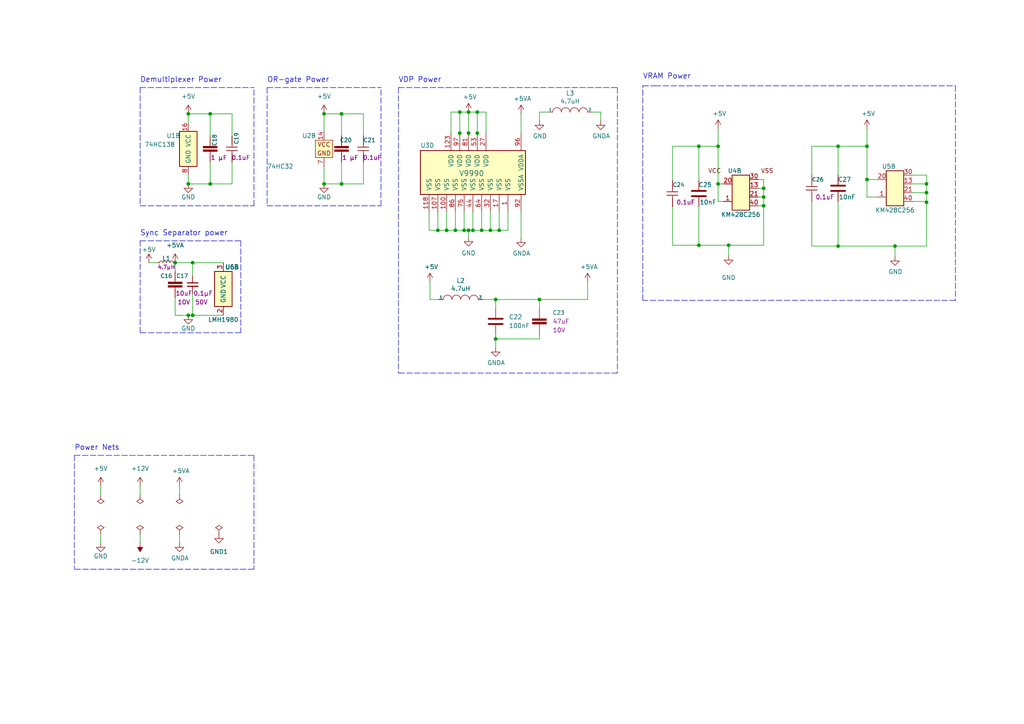
<source format=kicad_sch>
(kicad_sch (version 20211123) (generator eeschema)
  (paper "A4")
  (title_block (title "TRH9000") (date "2022-08-04") (rev "2") (company "The Retro Hacker") (comment 2 "Shared under CERN-OHL-S license") (comment 3 "TRH9000 - Open Source MSX Graphics Card based on the Yamaha V9990") (comment 4 "Designed  by: Cristiano Goncalves"))
  (lib_symbols
    (symbol "Device:C" (pin_numbers hide) (pin_names (offset 0.254))
      (property "Reference" "C" (at 0.635 2.54 0))
      (property "Value" "C" (at 0.635 -2.54 0))
      (symbol "C_1_1"
        (pin passive line (at 0 3.81 270) (length 2.794) (name "~") (number "1"))
        (pin passive line (at 0 -3.81 90) (length 2.794) (name "~") (number "2"))
      )
    )
    (symbol "KM428C256_1" (pin_names (offset 1.016))
      (property "Reference" "U4" (at -3.81 6.35 0))
      (property "Value" "KM428C256" (at 0 -6.35 0))
      (symbol "KM428C256_1_0_0"
        (text "VCC" (at -7.62 6.35 0) (effects (font (size 1.27 1.27))))
        (text "VSS" (at 7.62 6.35 0) (effects (font (size 1.27 1.27))))
      )
      (symbol "KM428C256_1_1_1"
        (pin bidirectional line (at 15.24 15.24 180) (length 2.54) (name "W2/DQ2") (number "10"))
        (pin bidirectional line (at 15.24 12.7 180) (length 2.54) (name "W3/DQ3") (number "11"))
        (pin input line (at -15.24 -12.7 0) (length 2.54) (name "~{WB}/~{WE}") (number "12"))
        (pin input line (at -15.24 -5.08 0) (length 2.54) (name "~{RAS}") (number "14"))
        (pin input line (at -15.24 0 0) (length 2.54) (name "A8") (number "15"))
        (pin input line (at -15.24 2.54 0) (length 2.54) (name "A7") (number "16"))
        (pin input line (at -15.24 5.08 0) (length 2.54) (name "A6") (number "17"))
        (pin input line (at -15.24 7.62 0) (length 2.54) (name "A5") (number "18"))
        (pin input line (at -15.24 10.16 0) (length 2.54) (name "A4") (number "19"))
        (pin input line (at 15.24 -25.4 180) (length 2.54) (name "SC") (number "2"))
        (pin input line (at -15.24 12.7 0) (length 2.54) (name "A3") (number "22"))
        (pin input line (at -15.24 15.24 0) (length 2.54) (name "A2") (number "23"))
        (pin input line (at -15.24 17.78 0) (length 2.54) (name "A1") (number "24"))
        (pin input line (at -15.24 20.32 0) (length 2.54) (name "A0") (number "25"))
        (pin input line (at -15.24 -22.86 0) (length 2.54) (name "QSF") (number "26"))
        (pin input line (at -15.24 -7.62 0) (length 2.54) (name "~{CAS}") (number "27"))
        (pin no_connect line (at 10.16 0 180) (length 2.54) hide (name "N/C") (number "28"))
        (pin input line (at -15.24 -25.4 0) (length 2.54) (name "DSF") (number "29"))
        (pin bidirectional line (at 15.24 -2.54 180) (length 2.54) (name "SDQ0") (number "3"))
        (pin bidirectional line (at 15.24 10.16 180) (length 2.54) (name "W4/DQ4") (number "31"))
        (pin bidirectional line (at 15.24 7.62 180) (length 2.54) (name "W5/DQ5") (number "32"))
        (pin bidirectional line (at 15.24 5.08 180) (length 2.54) (name "W6/DQ6") (number "33"))
        (pin bidirectional line (at 15.24 2.54 180) (length 2.54) (name "W7/DQ7") (number "34"))
        (pin input line (at 15.24 -27.94 180) (length 2.54) (name "~{SE}") (number "35"))
        (pin bidirectional line (at 15.24 -12.7 180) (length 2.54) (name "SDQ4") (number "36"))
        (pin bidirectional line (at 15.24 -15.24 180) (length 2.54) (name "SDQ5") (number "37"))
        (pin bidirectional line (at 15.24 -17.78 180) (length 2.54) (name "SDQ6") (number "38"))
        (pin bidirectional line (at 15.24 -20.32 180) (length 2.54) (name "SDQ7") (number "39"))
        (pin bidirectional line (at 15.24 -5.08 180) (length 2.54) (name "SDQ1") (number "4"))
        (pin bidirectional line (at 15.24 -7.62 180) (length 2.54) (name "SDQ2") (number "5"))
        (pin bidirectional line (at 15.24 -10.16 180) (length 2.54) (name "SDQ3") (number "6"))
        (pin input line (at -15.24 -10.16 0) (length 2.54) (name "~{DT}/~{OE}") (number "7"))
        (pin bidirectional line (at 15.24 20.32 180) (length 2.54) (name "W0/DQ0") (number "8"))
        (pin bidirectional line (at 15.24 17.78 180) (length 2.54) (name "W1/DQ1") (number "9"))
      )
      (symbol "KM428C256_1_2_1"
        (pin power_in line (at -5.08 -2.54 0) (length 2.54) (name "") (number "1"))
        (pin passive line (at 5.08 1.27 180) (length 2.54) (name "") (number "13"))
        (pin passive line (at -5.08 2.54 0) (length 2.54) (name "") (number "20"))
        (pin passive line (at 5.08 -1.27 180) (length 2.54) (name "") (number "21"))
        (pin passive line (at 5.08 3.81 180) (length 2.54) (name "") (number "30"))
        (pin passive line (at 5.08 -3.81 180) (length 2.54) (name "") (number "40"))
      )
    )
    (symbol "LRJ-parts:C_CC0805JPX7R9BB104" (pin_numbers hide) (pin_names (offset 1.016) hide)
      (property "Reference" "C" (at 1.524 2.921 0))
      (property "MPN" "CC0805JPX7R9BB104" (at -12.7 0 0))
      (symbol "C_CC0805JPX7R9BB104_1_1"
        (pin passive line (at 0 3.81 270) (length 2.54) (name "1") (number "1"))
        (pin passive line (at 0 -3.81 90) (length 2.54) (name "2") (number "2"))
      )
    )
    (symbol "LRJ-parts:C_CL10B104KB8NNNL" (pin_numbers hide) (pin_names (offset 0.254) hide)
      (property "Reference" "C" (at 0.254 1.778 0))
      (property "Value" "C_CL10B104KB8NNNL" (at 0.254 -2.032 0))
      (property "Capacitance " " 0,1µF" (at -6.35 0 0))
      (property "Voltage Rating " "50V" (at -6.35 -2.54 0))
      (symbol "C_CL10B104KB8NNNL_1_1"
        (pin passive line (at 0 2.54 270) (length 2.032) (name "~") (number "1"))
        (pin passive line (at 0 -2.54 90) (length 2.032) (name "~") (number "2"))
      )
    )
    (symbol "LRJ-parts:C_CL21B105KBFNNNF" (pin_numbers hide) (pin_names (offset 1.016) hide)
      (property "Reference" "C" (at 1.524 2.921 0))
      (property "Capacitance" "1 µF" (at -5.08 1.27 0))
      (property "Voltage rating" "50V" (at -5.08 -1.27 0))
      (symbol "C_CL21B105KBFNNNF_1_1"
        (pin passive line (at 0 5.08 270) (length 2.54) (name "1") (number "1"))
        (pin passive line (at 0 -2.54 90) (length 2.54) (name "2") (number "2"))
      )
    )
    (symbol "LRJ-parts:C_GRM21BR61A476ME15K" (pin_numbers hide) (pin_names (offset 1.016) hide)
      (property "Reference" "C" (at 1.524 1.651 0))
      (property "Value" "C_GRM21BR61A476ME15K" (at 1.27 -2.54 0))
      (property "Capacity" "47uF" (at -5.08 0 0))
      (property "Voltage rating" "10V" (at -5.08 -2.54 0))
      (symbol "C_GRM21BR61A476ME15K_1_1"
        (pin passive line (at 0 3.81 270) (length 2.54) (name "1") (number "1"))
        (pin passive line (at 0 -3.81 90) (length 2.54) (name "2") (number "2"))
      )
    )
    (symbol "LRJ-parts:C_GRM21BR71A106KA73K" (pin_numbers hide) (pin_names (offset 1.016) hide)
      (property "Reference" "C" (at 1.524 1.651 0))
      (property "MPN" "GRM21BR71A106KA73K" (at 15.24 3.81 0))
      (property "Capacitance" "10uF" (at -5.08 0 0))
      (property "Voltage rating" "10V" (at -5.08 -2.54 0))
      (symbol "C_GRM21BR71A106KA73K_1_1"
        (pin passive line (at 0 3.81 270) (length 2.54) (name "1") (number "1"))
        (pin passive line (at 0 -3.81 90) (length 2.54) (name "2") (number "2"))
      )
    )
    (symbol "LRJ-parts:LMH1980" (pin_names (offset 1.016))
      (property "Reference" "U" (at -11.43 11.43 0))
      (property "Value" "LMH1980" (at 3.81 11.43 0))
      (symbol "LMH1980_1_1"
        (pin input line (at -10.16 0 0) (length 2.54) (name "REXT") (number "1"))
        (pin output line (at 10.16 -5.08 180) (length 2.54) (name "OEOUT") (number "10"))
        (pin input line (at -10.16 2.54 0) (length 2.54) (name "VIN") (number "4"))
        (pin output line (at 10.16 7.62 180) (length 2.54) (name "~{HD}") (number "5"))
        (pin output line (at 10.16 5.08 180) (length 2.54) (name "HSOUT") (number "6"))
        (pin output line (at 10.16 2.54 180) (length 2.54) (name "VSOUT") (number "7"))
        (pin output line (at 10.16 0 180) (length 2.54) (name "CSOUT") (number "8"))
        (pin output line (at 10.16 -2.54 180) (length 2.54) (name "BPOUT") (number "9"))
      )
      (symbol "LMH1980_2_1"
        (pin power_in line (at 0 -7.62 90) (length 2.54) (name "GND") (number "2"))
        (pin power_in line (at 0 7.62 270) (length 2.54) (name "VCC") (number "3"))
      )
    )
    (symbol "LRJ-parts:L_MLZ2012M4R7HT000" (pin_numbers hide) (pin_names (offset 0.254) hide)
      (property "Reference" "L" (at 0.762 1.016 0))
      (property "Value" "L_MLZ2012M4R7HT000" (at 0.762 -1.016 0))
      (property "Inductance" "4.7µH" (at -5.08 0 0))
      (symbol "L_MLZ2012M4R7HT000_1_1"
        (pin passive line (at 0 2.54 270) (length 0.508) (name "~") (number "1"))
        (pin passive line (at 0 -2.54 90) (length 0.508) (name "~") (number "2"))
      )
    )
    (symbol "TRH9000:74VHC138" (pin_names (offset 0.762))
      (property "Reference" "U" (at -17.78 12.7 0))
      (property "Value" "74VHC138" (at -17.78 10.16 0))
      (symbol "74VHC138_1_0"
        (text "&" (at -3.81 10.795 0) (effects (font (size 1.27 1.27))))
      )
      (symbol "74VHC138_1_1"
        (pin input line (at -8.89 -3.81 0) (length 2.54) (name "A0") (number "1"))
        (pin output line (at 10.16 -5.08 180) (length 2.54) (name "~{Y5}") (number "10"))
        (pin output line (at 10.16 -2.54 180) (length 2.54) (name "~{Y4}") (number "11"))
        (pin output line (at 10.16 0 180) (length 2.54) (name "~{Y3}") (number "12"))
        (pin output line (at 10.16 2.54 180) (length 2.54) (name "~{Y2}") (number "13"))
        (pin output line (at 10.16 5.08 180) (length 2.54) (name "~{Y1}") (number "14"))
        (pin output line (at 10.16 7.62 180) (length 2.54) (name "~{Y0}") (number "15"))
        (pin input line (at -8.89 -6.35 0) (length 2.54) (name "A1") (number "2"))
        (pin input line (at -8.89 -8.89 0) (length 2.54) (name "A2") (number "3"))
        (pin input line (at -8.89 7.62 0) (length 2.54) (name "~{G2A}") (number "4"))
        (pin input line (at -8.89 5.08 0) (length 2.54) (name "~{G2B}") (number "5"))
        (pin input line (at -8.89 2.54 0) (length 2.54) (name "G1") (number "6"))
        (pin output line (at 10.16 -10.16 180) (length 2.54) (name "~{Y7}") (number "7"))
        (pin output line (at 10.16 -7.62 180) (length 2.54) (name "~{Y6}") (number "9"))
      )
      (symbol "74VHC138_2_0"
        (pin power_in line (at 0 7.62 270) (length 2.54) (name "VCC") (number "16"))
      )
      (symbol "74VHC138_2_1"
        (pin power_in line (at 0 -7.62 90) (length 2.54) (name "GND") (number "8"))
      )
    )
    (symbol "TRH9000:KM428C256" (pin_names (offset 1.016))
      (property "Reference" "U5" (at -3.81 6.35 0))
      (property "Value" "KM428C256" (at 0 -6.35 0))
      (symbol "KM428C256_1_1"
        (pin bidirectional line (at 15.24 15.24 180) (length 2.54) (name "W2/DQ2") (number "10"))
        (pin bidirectional line (at 15.24 12.7 180) (length 2.54) (name "W3/DQ3") (number "11"))
        (pin input line (at -15.24 -12.7 0) (length 2.54) (name "~{WB}/~{WE}") (number "12"))
        (pin input line (at -15.24 -5.08 0) (length 2.54) (name "~{RAS}") (number "14"))
        (pin input line (at -15.24 0 0) (length 2.54) (name "A8") (number "15"))
        (pin input line (at -15.24 2.54 0) (length 2.54) (name "A7") (number "16"))
        (pin input line (at -15.24 5.08 0) (length 2.54) (name "A6") (number "17"))
        (pin input line (at -15.24 7.62 0) (length 2.54) (name "A5") (number "18"))
        (pin input line (at -15.24 10.16 0) (length 2.54) (name "A4") (number "19"))
        (pin input line (at 15.24 -25.4 180) (length 2.54) (name "SC") (number "2"))
        (pin input line (at -15.24 12.7 0) (length 2.54) (name "A3") (number "22"))
        (pin input line (at -15.24 15.24 0) (length 2.54) (name "A2") (number "23"))
        (pin input line (at -15.24 17.78 0) (length 2.54) (name "A1") (number "24"))
        (pin input line (at -15.24 20.32 0) (length 2.54) (name "A0") (number "25"))
        (pin input line (at -15.24 -22.86 0) (length 2.54) (name "QSF") (number "26"))
        (pin input line (at -15.24 -7.62 0) (length 2.54) (name "~{CAS}") (number "27"))
        (pin no_connect line (at 10.16 0 180) (length 2.54) hide (name "N/C") (number "28"))
        (pin input line (at -15.24 -25.4 0) (length 2.54) (name "DSF") (number "29"))
        (pin bidirectional line (at 15.24 -2.54 180) (length 2.54) (name "SDQ0") (number "3"))
        (pin bidirectional line (at 15.24 10.16 180) (length 2.54) (name "W4/DQ4") (number "31"))
        (pin bidirectional line (at 15.24 7.62 180) (length 2.54) (name "W5/DQ5") (number "32"))
        (pin bidirectional line (at 15.24 5.08 180) (length 2.54) (name "W6/DQ6") (number "33"))
        (pin bidirectional line (at 15.24 2.54 180) (length 2.54) (name "W7/DQ7") (number "34"))
        (pin input line (at 15.24 -27.94 180) (length 2.54) (name "~{SE}") (number "35"))
        (pin bidirectional line (at 15.24 -12.7 180) (length 2.54) (name "SDQ4") (number "36"))
        (pin bidirectional line (at 15.24 -15.24 180) (length 2.54) (name "SDQ5") (number "37"))
        (pin bidirectional line (at 15.24 -17.78 180) (length 2.54) (name "SDQ6") (number "38"))
        (pin bidirectional line (at 15.24 -20.32 180) (length 2.54) (name "SDQ7") (number "39"))
        (pin bidirectional line (at 15.24 -5.08 180) (length 2.54) (name "SDQ1") (number "4"))
        (pin bidirectional line (at 15.24 -7.62 180) (length 2.54) (name "SDQ2") (number "5"))
        (pin bidirectional line (at 15.24 -10.16 180) (length 2.54) (name "SDQ3") (number "6"))
        (pin input line (at -15.24 -10.16 0) (length 2.54) (name "~{DT}/~{OE}") (number "7"))
        (pin bidirectional line (at 15.24 20.32 180) (length 2.54) (name "W0/DQ0") (number "8"))
        (pin bidirectional line (at 15.24 17.78 180) (length 2.54) (name "W1/DQ1") (number "9"))
      )
      (symbol "KM428C256_2_1"
        (pin power_in line (at -5.08 -2.54 0) (length 2.54) (name "") (number "1"))
        (pin passive line (at 5.08 1.27 180) (length 2.54) (name "") (number "13"))
        (pin passive line (at -5.08 2.54 0) (length 2.54) (name "") (number "20"))
        (pin passive line (at 5.08 -1.27 180) (length 2.54) (name "") (number "21"))
        (pin passive line (at 5.08 3.81 180) (length 2.54) (name "") (number "30"))
        (pin passive line (at 5.08 -3.81 180) (length 2.54) (name "") (number "40"))
      )
    )
    (symbol "TRH9000:T.I_SN74AHCT32D" (pin_names (offset 1))
      (property "Reference" "U5" (at -22.86 17.78 0))
      (property "Value" "T.I_SN74AHCT32D" (at -22.86 15.24 0))
      (symbol "T.I_SN74AHCT32D_1_1"
        (pin input line (at -10.16 10.16 0) (length 2.54) (name "1A") (number "1"))
        (pin input line (at -10.16 -2.54 0) (length 2.54) (name "3B") (number "10"))
        (pin output line (at 10.16 -7.62 180) (length 2.54) (name "4Y") (number "11"))
        (pin input line (at -10.16 -5.08 0) (length 2.54) (name "4A") (number "12"))
        (pin input line (at -10.16 -7.62 0) (length 2.54) (name "4B") (number "13"))
        (pin input line (at -10.16 7.62 0) (length 2.54) (name "1B") (number "2"))
        (pin output line (at 10.16 7.62 180) (length 2.54) (name "1Y") (number "3"))
        (pin input line (at -10.16 5.08 0) (length 2.54) (name "2A") (number "4"))
        (pin input line (at -10.16 2.54 0) (length 2.54) (name "2B") (number "5"))
        (pin output line (at 10.16 2.54 180) (length 2.54) (name "2Y") (number "6"))
        (pin output line (at 10.16 -2.54 180) (length 2.54) (name "3Y") (number "8"))
        (pin input line (at -10.16 0 0) (length 2.54) (name "3A") (number "9"))
      )
      (symbol "T.I_SN74AHCT32D_2_0"
        (text "GND" (at 0 -1.27 0) (effects (font (size 1.27 1.27))))
        (text "VCC" (at 0 1.27 0) (effects (font (size 1.27 1.27))))
      )
      (symbol "T.I_SN74AHCT32D_2_1"
        (pin power_in line (at 0 5.08 270) (length 2.54) (name "VCC") (number "14"))
        (pin power_in line (at 0 -5.08 90) (length 2.54) (name "GND") (number "7"))
      )
    )
    (symbol "TRH9000:V9990" (pin_names (offset 1.016))
      (property "Reference" "U" (at -12.7 60.96 0))
      (property "Value" "V9990" (at -2.54 -76.2 0))
      (symbol "V9990_1_0"
        (text "CPU Interface" (at 0 29.21 0) (effects (font (size 1.27 1.27))))
        (pin input line (at -15.24 20.32 0) (length 5.08) (name "~{VMREQ}") (number "124"))
        (pin open_emitter line (at 15.24 20.32 180) (length 5.08) (name "~{DREQ}") (number "125"))
        (pin open_collector line (at 15.24 15.24 180) (length 5.08) (name "~{INT0}") (number "126"))
        (pin input line (at -15.24 10.16 0) (length 5.08) (name "MODE2") (number "6"))
        (pin input line (at -15.24 7.62 0) (length 5.08) (name "MODE3") (number "7"))
      )
      (symbol "V9990_1_1"
        (pin input line (at -15.24 25.4 0) (length 5.08) (name "~{RESET}") (number "110"))
        (pin tri_state line (at -15.24 2.54 0) (length 5.08) (name "CD0") (number "114"))
        (pin tri_state line (at -15.24 0 0) (length 5.08) (name "CD1") (number "115"))
        (pin tri_state line (at -15.24 -2.54 0) (length 5.08) (name "CD2") (number "116"))
        (pin tri_state line (at -15.24 -5.08 0) (length 5.08) (name "CD3") (number "117"))
        (pin tri_state line (at -15.24 -7.62 0) (length 5.08) (name "CD4") (number "119"))
        (pin tri_state line (at -15.24 -10.16 0) (length 5.08) (name "CD5") (number "120"))
        (pin tri_state line (at -15.24 -12.7 0) (length 5.08) (name "CD6") (number "121"))
        (pin tri_state line (at -15.24 -15.24 0) (length 5.08) (name "CD7") (number "122"))
        (pin open_collector line (at 15.24 12.7 180) (length 5.08) (name "~{INT1}") (number "127"))
        (pin output line (at 15.24 25.4 180) (length 5.08) (name "~{WAIT}") (number "128"))
        (pin input line (at -15.24 -22.86 0) (length 5.08) (name "~{CSW}") (number "2"))
        (pin input line (at -15.24 -20.32 0) (length 5.08) (name "~{CSR}") (number "3"))
        (pin input line (at -15.24 15.24 0) (length 5.08) (name "MODE0") (number "4"))
        (pin input line (at -15.24 12.7 0) (length 5.08) (name "MODE1") (number "5"))
      )
      (symbol "V9990_2_0"
        (text "Address Bus &" (at -11.43 -43.18 0) (effects (font (size 1.27 1.27)) (justify left)))
        (text "Kanji Output" (at -11.43 -45.72 0) (effects (font (size 1.27 1.27)) (justify left)))
        (text "PORT 0" (at 0 35.56 900) (effects (font (size 1.27 1.27))))
        (text "PORT 1" (at 0 -12.7 900) (effects (font (size 1.27 1.27))))
        (text "VRAM interface" (at 0 57.15 0) (effects (font (size 1.27 1.27))))
        (pin tri_state line (at 17.78 -58.42 180) (length 5.08) (name "KA15") (number "10"))
        (pin tri_state line (at 17.78 -55.88 180) (length 5.08) (name "KA14") (number "11"))
        (pin tri_state line (at 17.78 -53.34 180) (length 5.08) (name "KA13") (number "12"))
        (pin tri_state line (at 17.78 -50.8 180) (length 5.08) (name "KA12") (number "13"))
        (pin tri_state line (at 17.78 -48.26 180) (length 5.08) (name "KA11") (number "14"))
        (pin tri_state line (at 17.78 -45.72 180) (length 5.08) (name "KA10") (number "15"))
        (pin tri_state line (at 17.78 -43.18 180) (length 5.08) (name "KA9") (number "16"))
        (pin tri_state line (at 17.78 10.16 180) (length 5.08) (name "V0_A8/KA8") (number "18"))
        (pin tri_state line (at 17.78 12.7 180) (length 5.08) (name "V0_A7/KA7") (number "19"))
        (pin tri_state line (at 17.78 15.24 180) (length 5.08) (name "V0_A6/KA6") (number "20"))
        (pin tri_state line (at 17.78 17.78 180) (length 5.08) (name "V0_A5/KA5") (number "21"))
        (pin tri_state line (at 17.78 20.32 180) (length 5.08) (name "V0_A4/KA4") (number "22"))
        (pin tri_state line (at 17.78 22.86 180) (length 5.08) (name "V0_A3/KA3") (number "23"))
        (pin tri_state line (at 17.78 25.4 180) (length 5.08) (name "V0_A2/KA2") (number "24"))
        (pin tri_state line (at 17.78 27.94 180) (length 5.08) (name "V0_A1/KA1") (number "25"))
        (pin tri_state line (at 17.78 30.48 180) (length 5.08) (name "V0_A0/KA0") (number "26"))
        (pin output line (at 17.78 35.56 180) (length 5.08) (name "~{KOE}") (number "37"))
        (pin tri_state line (at 17.78 43.18 180) (length 5.08) (name "~{V0_WE}") (number "40"))
        (pin output line (at 17.78 53.34 180) (length 5.08) (name "~{V0_TR/OE}") (number "41"))
        (pin output clock (at 17.78 40.64 180) (length 5.08) (name "~{V0_SC}") (number "42"))
        (pin output line (at 17.78 50.8 180) (length 5.08) (name "~{V0_SOE}") (number "43"))
        (pin input line (at -17.78 35.56 0) (length 5.08) (name "V0_S7") (number "45"))
        (pin input line (at -17.78 38.1 0) (length 5.08) (name "V0_S6") (number "46"))
        (pin input line (at -17.78 40.64 0) (length 5.08) (name "V0_S5") (number "47"))
        (pin input line (at -17.78 43.18 0) (length 5.08) (name "V0_S4") (number "48"))
        (pin input line (at -17.78 45.72 0) (length 5.08) (name "V0_S3") (number "49"))
        (pin input line (at -17.78 48.26 0) (length 5.08) (name "V0_S2") (number "50"))
        (pin input line (at -17.78 50.8 0) (length 5.08) (name "V0_S1") (number "51"))
        (pin input line (at -17.78 53.34 0) (length 5.08) (name "V0_S0") (number "52"))
        (pin tri_state line (at 17.78 -5.08 180) (length 5.08) (name "~{V1_WE}") (number "65"))
        (pin output line (at 17.78 5.08 180) (length 5.08) (name "~{V1_TR/OE}") (number "66"))
        (pin output clock (at 17.78 -7.62 180) (length 5.08) (name "V1_SC") (number "67"))
        (pin output line (at 17.78 2.54 180) (length 5.08) (name "~{V1_SOE}") (number "68"))
        (pin output line (at 17.78 -10.16 180) (length 5.08) (name "ASEL") (number "70"))
        (pin tri_state line (at 17.78 -38.1 180) (length 5.08) (name "V1_A8") (number "71"))
        (pin tri_state line (at 17.78 -35.56 180) (length 5.08) (name "V1_A7") (number "72"))
        (pin tri_state line (at 17.78 -33.02 180) (length 5.08) (name "V1_A6") (number "73"))
        (pin tri_state line (at 17.78 -30.48 180) (length 5.08) (name "V1_A5") (number "74"))
        (pin tri_state line (at 17.78 -27.94 180) (length 5.08) (name "V1_A4") (number "76"))
        (pin tri_state line (at 17.78 -25.4 180) (length 5.08) (name "V1_A3") (number "77"))
        (pin tri_state line (at 17.78 -22.86 180) (length 5.08) (name "V1_A2") (number "78"))
        (pin tri_state line (at 17.78 -20.32 180) (length 5.08) (name "V1_A1") (number "79"))
        (pin tri_state line (at 17.78 -63.5 180) (length 5.08) (name "KA17") (number "8"))
        (pin tri_state line (at 17.78 -17.78 180) (length 5.08) (name "V1_A0") (number "80"))
        (pin tri_state line (at 17.78 -60.96 180) (length 5.08) (name "KA16") (number "9"))
      )
      (symbol "V9990_2_1"
        (pin bidirectional line (at -17.78 12.7 0) (length 5.08) (name "V0_D7/KD7") (number "28"))
        (pin bidirectional line (at -17.78 15.24 0) (length 5.08) (name "V0_D6/KD6") (number "29"))
        (pin bidirectional line (at -17.78 17.78 0) (length 5.08) (name "V0_D5/KD5") (number "30"))
        (pin bidirectional line (at -17.78 20.32 0) (length 5.08) (name "V0_D4/KD4") (number "31"))
        (pin bidirectional line (at -17.78 22.86 0) (length 5.08) (name "V0_D3/KD3") (number "33"))
        (pin bidirectional line (at -17.78 25.4 0) (length 5.08) (name "V0_D2/KD2") (number "34"))
        (pin bidirectional line (at -17.78 27.94 0) (length 5.08) (name "V0_D1/KD1") (number "35"))
        (pin bidirectional line (at -17.78 30.48 0) (length 5.08) (name "V0_D0/KD0") (number "36"))
        (pin output line (at 17.78 45.72 180) (length 5.08) (name "~{V0_RAS}") (number "38"))
        (pin output line (at 17.78 48.26 180) (length 5.08) (name "~{V0_CAS}") (number "39"))
        (pin input line (at -17.78 -12.7 0) (length 5.08) (name "V1_S7") (number "54"))
        (pin input line (at -17.78 -10.16 0) (length 5.08) (name "V1_S6") (number "55"))
        (pin input line (at -17.78 -7.62 0) (length 5.08) (name "V1_S5") (number "56"))
        (pin input line (at -17.78 -5.08 0) (length 5.08) (name "V1_S4") (number "57"))
        (pin input line (at -17.78 -2.54 0) (length 5.08) (name "V1_S3") (number "58"))
        (pin input line (at -17.78 0 0) (length 5.08) (name "V1_S2") (number "59"))
        (pin input line (at -17.78 2.54 0) (length 5.08) (name "V1_S1") (number "60"))
        (pin input line (at -17.78 5.08 0) (length 5.08) (name "V1_S0") (number "61"))
        (pin output line (at 17.78 -2.54 180) (length 5.08) (name "~{V1_RAS}") (number "62"))
        (pin output line (at 17.78 0 180) (length 5.08) (name "~{V1_CAS}") (number "63"))
        (pin output line (at 17.78 38.1 180) (length 5.08) (name "~{VMBG}") (number "69"))
        (pin bidirectional line (at -17.78 -17.78 0) (length 5.08) (name "V1_D0") (number "82"))
        (pin bidirectional line (at -17.78 -20.32 0) (length 5.08) (name "V1_D1") (number "83"))
        (pin bidirectional line (at -17.78 -22.86 0) (length 5.08) (name "V1_D2") (number "84"))
        (pin bidirectional line (at -17.78 -25.4 0) (length 5.08) (name "V1_D3") (number "85"))
        (pin bidirectional line (at -17.78 -27.94 0) (length 5.08) (name "V1_D4") (number "87"))
        (pin bidirectional line (at -17.78 -30.48 0) (length 5.08) (name "V1_D5") (number "88"))
        (pin bidirectional line (at -17.78 -33.02 0) (length 5.08) (name "V1_D6") (number "89"))
        (pin bidirectional line (at -17.78 -35.56 0) (length 5.08) (name "V1_D7") (number "90"))
      )
      (symbol "V9990_3_0"
        (text "(14MHz)" (at -6.35 23.495 0) (effects (font (size 1 1))))
        (text "(21MHz)" (at 0 17.78 0) (effects (font (size 1 1))))
        (text "(3.58MHz)" (at -3.81 -7.62 0) (effects (font (size 1 1))))
        (text "(MCK÷2)" (at 0.635 25.4 0) (effects (font (size 0.75 0.75))))
        (text "(MCK÷4)" (at 0.635 22.987 0) (effects (font (size 0.75 0.75))))
        (text "/CB4" (at -6.985 8.636 0) (effects (font (size 0.85 0.85))))
        (text "/CB5" (at 3.81 8.636 0) (effects (font (size 0.85 0.85))))
        (text "CLOCK signals" (at 0 29.21 0) (effects (font (size 1.27 1.27))))
        (text "VIDEO interface" (at 0 13.97 0) (effects (font (size 1.27 1.27))))
        (text "~{HRESET}" (at -5.588 10.033 0) (effects (font (size 1.27 1.27))))
        (text "~{VRESET}" (at 5.588 10.033 0) (effects (font (size 1.27 1.27))))
        (pin input clock (at -15.24 25.4 0) (length 5.08) (name "MCKIN") (number "113"))
      )
      (symbol "V9990_3_1"
        (pin output line (at 15.24 -15.24 180) (length 5.08) (name "~{HSYNC/LC}") (number "101"))
        (pin output line (at 15.24 -17.78 180) (length 5.08) (name "~{CSYNC/FLM}") (number "102"))
        (pin output line (at 15.24 -22.86 180) (length 5.08) (name "~{BLANK/M}") (number "103"))
        (pin output clock (at 15.24 -25.4 180) (length 5.08) (name "SHCK") (number "104"))
        (pin bidirectional line (at -15.24 10.16 0) (length 5.08) (name "~{HRESET}/CB4") (number "105"))
        (pin bidirectional line (at 15.24 10.16 180) (length 5.08) (name "~{VRESET}/CB5") (number "106"))
        (pin output clock (at 15.24 -7.62 180) (length 5.08) (name "CB6/FSC") (number "108"))
        (pin output line (at 15.24 -10.16 180) (length 5.08) (name "CB7") (number "109"))
        (pin output clock (at 15.24 25.4 180) (length 5.08) (name "DHCLK") (number "111"))
        (pin output clock (at 15.24 22.86 180) (length 5.08) (name "DLCLK") (number "112"))
        (pin output line (at 15.24 -2.54 180) (length 5.08) (name "~{YS}/D0/CB0") (number "91"))
        (pin output line (at 15.24 5.08 180) (length 5.08) (name "R/D3/CB3") (number "93"))
        (pin output line (at 15.24 2.54 180) (length 5.08) (name "G/D2/CB2") (number "94"))
        (pin output line (at 15.24 0 180) (length 5.08) (name "B/D1/CB1") (number "95"))
        (pin input clock (at -15.24 17.78 0) (length 5.08) (name "XTAL1") (number "98"))
        (pin output clock (at 15.24 17.78 180) (length 5.08) (name "XTAL2") (number "99"))
      )
      (symbol "V9990_4_0"
        (pin power_in line (at -12.7 -12.7 90) (length 5.08) (name "VSS") (number "100"))
        (pin power_in line (at -15.24 -12.7 90) (length 5.08) (name "VSS") (number "107"))
        (pin power_in line (at -17.78 -12.7 90) (length 5.08) (name "VSS") (number "118"))
        (pin power_in line (at -11.43 10.16 270) (length 5.08) (name "VDD") (number "123"))
        (pin power_in line (at 2.54 -12.7 90) (length 5.08) (name "VSS") (number "17"))
        (pin power_in line (at 0 -12.7 90) (length 5.08) (name "VSS") (number "32"))
        (pin power_in line (at -5.08 -12.7 90) (length 5.08) (name "VSS") (number "44"))
        (pin power_in line (at -3.81 10.16 270) (length 5.08) (name "VDD") (number "53"))
        (pin power_in line (at -2.54 -12.7 90) (length 5.08) (name "VSS") (number "64"))
        (pin power_in line (at -7.62 -12.7 90) (length 5.08) (name "VSS") (number "75"))
        (pin power_in line (at -6.35 10.16 270) (length 5.08) (name "VDD") (number "81"))
        (pin power_in line (at -10.16 -12.7 90) (length 5.08) (name "VSS") (number "86"))
        (pin power_in line (at 8.89 -12.7 90) (length 5.08) (name "VSSA") (number "92"))
        (pin power_in line (at -8.89 10.16 270) (length 5.08) (name "VDD") (number "97"))
      )
      (symbol "V9990_4_1"
        (pin power_in line (at 5.08 -12.7 90) (length 5.08) (name "VSS") (number "1"))
        (pin power_in line (at -1.27 10.16 270) (length 5.08) (name "VDD") (number "27"))
        (pin power_in line (at 8.89 10.16 270) (length 5.08) (name "VDDA") (number "96"))
      )
    )
    (symbol "power:+12V" (power) (pin_names (offset 0))
      (property "Value" "+12V" (at 0 3.556 0))
      (symbol "+12V_1_1"
        (pin power_in line (at 0 0 90) (length 0) hide (name "+12V") (number "1"))
      )
    )
    (symbol "power:+5V" (power) (pin_names (offset 0))
      (property "Value" "+5V" (at 0 3.556 0))
      (symbol "+5V_1_1"
        (pin power_in line (at 0 0 90) (length 0) hide (name "+5V") (number "1"))
      )
    )
    (symbol "power:+5VA" (power) (pin_names (offset 0))
      (property "Value" "+5VA" (at 0 3.556 0))
      (symbol "+5VA_1_1"
        (pin power_in line (at 0 0 90) (length 0) hide (name "+5VA") (number "1"))
      )
    )
    (symbol "power:-12V" (power) (pin_names (offset 0))
      (property "Value" "-12V" (at 0 3.81 0))
      (symbol "-12V_0_0"
        (pin power_in line (at 0 0 90) (length 0) hide (name "-12V") (number "1"))
      )
    )
    (symbol "power:GND" (power) (pin_names (offset 0))
      (property "Value" "GND" (at 0 -3.81 0))
      (symbol "GND_1_1"
        (pin power_in line (at 0 0 270) (length 0) hide (name "GND") (number "1"))
      )
    )
    (symbol "power:GND1" (power) (pin_names (offset 0))
      (property "Value" "GND1" (at 0 -3.81 0))
      (symbol "GND1_1_1"
        (pin power_in line (at 0 0 270) (length 0) hide (name "GND1") (number "1"))
      )
    )
    (symbol "power:GNDA" (power) (pin_names (offset 0))
      (property "Value" "GNDA" (at 0 -3.81 0))
      (symbol "GNDA_1_1"
        (pin power_in line (at 0 0 270) (length 0) hide (name "GNDA") (number "1"))
      )
    )
    (symbol "power:PWR_FLAG" (power) (pin_numbers hide) (pin_names (offset 0) hide)
      (property "Value" "PWR_FLAG" (at 0 3.81 0))
      (symbol "PWR_FLAG_0_0"
        (pin power_out line (at 0 0 90) (length 0) (name "pwr") (number "1"))
      )
    )
    (symbol "pspice:INDUCTOR" (pin_numbers hide) (pin_names (offset 0))
      (property "Reference" "L" (at 0 2.54 0))
      (property "Value" "INDUCTOR" (at 0 -1.27 0))
      (symbol "INDUCTOR_1_1"
        (pin input line (at -6.35 0 0) (length 1.27) (name "1") (number "1"))
        (pin input line (at 6.35 0 180) (length 1.27) (name "2") (number "2"))
      )
    )
  )
  (junction (at 99.06 53.34))
  (junction (at 202.692 42.418))
  (junction (at 202.692 71.12))
  (junction (at 132.08 66.802))
  (junction (at 54.61 53.34))
  (junction (at 127 66.802))
  (junction (at 93.98 53.34))
  (junction (at 221.488 57.15))
  (junction (at 142.24 66.802))
  (junction (at 268.732 53.34))
  (junction (at 60.96 53.34))
  (junction (at 54.61 33.02))
  (junction (at 156.464 86.868))
  (junction (at 134.62 66.802))
  (junction (at 251.46 42.418))
  (junction (at 259.588 71.374))
  (junction (at 221.488 59.69))
  (junction (at 221.488 54.61))
  (junction (at 268.732 55.88))
  (junction (at 243.078 71.374))
  (junction (at 251.46 52.07))
  (junction (at 143.764 86.868))
  (junction (at 243.078 42.418))
  (junction (at 208.28 42.418))
  (junction (at 135.89 32.512))
  (junction (at 137.16 66.802))
  (junction (at 138.43 38.608))
  (junction (at 93.98 33.02))
  (junction (at 135.89 66.802))
  (junction (at 133.35 38.608))
  (junction (at 55.88 76.2))
  (junction (at 208.28 53.34))
  (junction (at 139.7 66.802))
  (junction (at 138.43 32.512))
  (junction (at 99.06 33.02))
  (junction (at 50.8 76.2))
  (junction (at 144.78 66.802))
  (junction (at 133.35 32.512))
  (junction (at 60.96 33.02))
  (junction (at 129.54 66.802))
  (junction (at 135.89 38.608))
  (junction (at 211.328 71.12))
  (junction (at 143.764 98.298))
  (junction (at 54.61 91.44))
  (junction (at 268.732 58.674))
  (junction (at 55.88 91.44))
  (wire (pts (xy 251.46 37.338) (xy 251.46 42.418)))
  (wire (pts (xy 135.89 38.608) (xy 135.89 32.512)))
  (wire (pts (xy 143.764 97.028) (xy 143.764 98.298)))
  (wire (pts (xy 202.692 71.12) (xy 211.328 71.12)))
  (wire (pts (xy 60.96 33.02) (xy 54.61 33.02)))
  (wire (pts (xy 208.28 53.34) (xy 208.28 58.42)))
  (wire (pts (xy 151.13 33.02) (xy 151.13 38.608)))
  (wire (pts (xy 144.78 61.468) (xy 144.78 66.802)))
  (wire (pts (xy 151.13 61.468) (xy 151.13 69.088)))
  (wire (pts (xy 195.072 71.12) (xy 202.692 71.12)))
  (polyline (pts (xy 40.64 59.69) (xy 73.66 59.69)))
  (wire (pts (xy 208.28 53.34) (xy 209.804 53.34)))
  (wire (pts (xy 254.508 57.15) (xy 251.46 57.15)))
  (polyline (pts (xy 40.64 69.85) (xy 69.85 69.85)))
  (polyline (pts (xy 186.436 87.122) (xy 186.436 24.892)))
  (wire (pts (xy 221.488 59.69) (xy 219.964 59.69)))
  (wire (pts (xy 140.97 32.512) (xy 140.97 38.608)))
  (wire (pts (xy 170.434 86.868) (xy 170.434 81.788)))
  (wire (pts (xy 243.078 42.418) (xy 251.46 42.418)))
  (wire (pts (xy 235.458 42.418) (xy 235.458 50.8)))
  (wire (pts (xy 243.078 50.8) (xy 243.078 42.418)))
  (polyline (pts (xy 77.47 59.69) (xy 110.49 59.69)))
  (wire (pts (xy 268.732 58.674) (xy 268.732 55.88)))
  (wire (pts (xy 142.24 61.468) (xy 142.24 66.802)))
  (wire (pts (xy 251.46 42.418) (xy 251.46 52.07)))
  (wire (pts (xy 221.488 54.61) (xy 221.488 57.15)))
  (wire (pts (xy 132.08 66.802) (xy 134.62 66.802)))
  (wire (pts (xy 105.41 53.34) (xy 99.06 53.34)))
  (wire (pts (xy 50.8 76.2) (xy 55.88 76.2)))
  (polyline (pts (xy 73.66 132.08) (xy 73.66 165.1)))
  (wire (pts (xy 134.62 66.802) (xy 135.89 66.802)))
  (wire (pts (xy 156.464 89.408) (xy 156.464 86.868)))
  (wire (pts (xy 254.508 52.07) (xy 251.46 52.07)))
  (wire (pts (xy 60.96 39.37) (xy 60.96 33.02)))
  (wire (pts (xy 29.21 140.97) (xy 29.21 143.51)))
  (wire (pts (xy 93.98 33.02) (xy 93.98 38.1)))
  (wire (pts (xy 195.072 71.12) (xy 195.072 59.944)))
  (polyline (pts (xy 179.07 25.4) (xy 179.07 108.204)))
  (wire (pts (xy 50.8 91.44) (xy 54.61 91.44)))
  (wire (pts (xy 127 66.802) (xy 129.54 66.802)))
  (wire (pts (xy 202.692 42.418) (xy 202.692 52.324)))
  (wire (pts (xy 138.43 38.608) (xy 138.43 38.862)))
  (wire (pts (xy 202.692 42.418) (xy 208.28 42.418)))
  (wire (pts (xy 55.88 91.44) (xy 64.77 91.44)))
  (wire (pts (xy 268.732 50.8) (xy 264.668 50.8)))
  (wire (pts (xy 221.488 59.69) (xy 221.488 71.12)))
  (wire (pts (xy 156.464 98.298) (xy 156.464 97.028)))
  (wire (pts (xy 138.43 32.512) (xy 138.43 38.608)))
  (wire (pts (xy 130.81 32.512) (xy 133.35 32.512)))
  (wire (pts (xy 221.488 54.61) (xy 219.964 54.61)))
  (wire (pts (xy 243.078 58.42) (xy 243.078 71.374)))
  (wire (pts (xy 99.06 33.02) (xy 99.06 39.37)))
  (wire (pts (xy 143.764 86.868) (xy 143.764 89.408)))
  (wire (pts (xy 52.07 157.48) (xy 52.07 154.94)))
  (wire (pts (xy 137.16 61.468) (xy 137.16 66.802)))
  (wire (pts (xy 195.072 42.418) (xy 202.692 42.418)))
  (wire (pts (xy 67.31 39.37) (xy 67.31 33.02)))
  (polyline (pts (xy 73.66 59.69) (xy 73.66 25.4)))
  (wire (pts (xy 174.244 35.052) (xy 174.244 32.512)))
  (wire (pts (xy 147.32 61.468) (xy 147.32 66.802)))
  (wire (pts (xy 139.7 66.802) (xy 142.24 66.802)))
  (wire (pts (xy 67.31 46.99) (xy 67.31 53.34)))
  (wire (pts (xy 133.35 32.512) (xy 135.89 32.512)))
  (polyline (pts (xy 77.47 25.4) (xy 110.49 25.4)))
  (wire (pts (xy 139.7 61.468) (xy 139.7 66.802)))
  (wire (pts (xy 29.21 154.94) (xy 29.21 157.48)))
  (wire (pts (xy 202.692 59.944) (xy 202.692 71.12)))
  (polyline (pts (xy 189.992 24.892) (xy 277.114 24.892)))
  (wire (pts (xy 143.764 98.298) (xy 143.764 100.838)))
  (wire (pts (xy 124.714 81.788) (xy 124.714 86.868)))
  (polyline (pts (xy 179.07 108.204) (xy 115.57 108.204)))
  (polyline (pts (xy 40.64 96.52) (xy 40.64 69.85)))
  (wire (pts (xy 105.41 39.37) (xy 105.41 33.02)))
  (wire (pts (xy 235.458 71.374) (xy 235.458 58.42)))
  (wire (pts (xy 137.16 66.802) (xy 139.7 66.802)))
  (wire (pts (xy 144.78 66.802) (xy 147.32 66.802)))
  (wire (pts (xy 235.458 71.374) (xy 243.078 71.374)))
  (wire (pts (xy 159.004 32.512) (xy 156.464 32.512)))
  (wire (pts (xy 264.668 53.34) (xy 268.732 53.34)))
  (wire (pts (xy 221.488 57.15) (xy 221.488 59.69)))
  (wire (pts (xy 50.8 76.2) (xy 50.8 78.74)))
  (wire (pts (xy 156.464 32.512) (xy 156.464 35.052)))
  (wire (pts (xy 221.488 57.15) (xy 219.964 57.15)))
  (wire (pts (xy 208.28 37.338) (xy 208.28 42.418)))
  (polyline (pts (xy 115.57 25.4) (xy 179.07 25.4)))
  (polyline (pts (xy 21.59 132.08) (xy 73.66 132.08)))
  (wire (pts (xy 195.072 42.418) (xy 195.072 52.324)))
  (wire (pts (xy 135.89 68.834) (xy 135.89 66.802)))
  (wire (pts (xy 55.88 76.2) (xy 55.88 80.01)))
  (wire (pts (xy 221.488 52.07) (xy 221.488 54.61)))
  (wire (pts (xy 251.46 57.15) (xy 251.46 52.07)))
  (wire (pts (xy 60.96 53.34) (xy 54.61 53.34)))
  (wire (pts (xy 40.64 140.97) (xy 40.64 143.51)))
  (wire (pts (xy 60.96 46.99) (xy 60.96 53.34)))
  (wire (pts (xy 268.732 53.34) (xy 268.732 50.8)))
  (wire (pts (xy 259.588 71.374) (xy 268.732 71.374)))
  (wire (pts (xy 55.88 91.44) (xy 54.61 91.44)))
  (polyline (pts (xy 69.85 96.52) (xy 40.64 96.52)))
  (wire (pts (xy 268.732 71.374) (xy 268.732 58.674)))
  (wire (pts (xy 142.24 66.802) (xy 144.78 66.802)))
  (wire (pts (xy 135.89 66.802) (xy 137.16 66.802)))
  (wire (pts (xy 127 61.468) (xy 127 66.802)))
  (wire (pts (xy 43.18 76.2) (xy 45.72 76.2)))
  (wire (pts (xy 135.89 38.862) (xy 135.89 38.608)))
  (wire (pts (xy 93.98 53.34) (xy 99.06 53.34)))
  (wire (pts (xy 264.668 58.42) (xy 268.478 58.42)))
  (wire (pts (xy 143.764 86.868) (xy 156.464 86.868)))
  (wire (pts (xy 134.62 61.468) (xy 134.62 66.802)))
  (wire (pts (xy 139.954 86.868) (xy 143.764 86.868)))
  (wire (pts (xy 52.07 140.97) (xy 52.07 143.51)))
  (wire (pts (xy 143.764 98.298) (xy 156.464 98.298)))
  (wire (pts (xy 54.61 33.02) (xy 54.61 35.56)))
  (wire (pts (xy 264.668 55.88) (xy 268.732 55.88)))
  (wire (pts (xy 93.98 48.26) (xy 93.98 53.34)))
  (wire (pts (xy 124.46 61.468) (xy 124.46 66.802)))
  (polyline (pts (xy 69.85 69.85) (xy 69.85 96.52)))
  (wire (pts (xy 211.328 71.12) (xy 211.328 74.168)))
  (polyline (pts (xy 110.49 59.69) (xy 110.49 25.4)))
  (wire (pts (xy 124.46 66.802) (xy 127 66.802)))
  (wire (pts (xy 268.478 58.42) (xy 268.732 58.674)))
  (polyline (pts (xy 277.114 24.892) (xy 277.114 87.122)))
  (wire (pts (xy 156.464 86.868) (xy 170.434 86.868)))
  (polyline (pts (xy 186.436 24.892) (xy 189.992 24.892)))
  (wire (pts (xy 174.244 32.512) (xy 171.704 32.512)))
  (polyline (pts (xy 40.64 25.4) (xy 40.64 59.69)))
  (wire (pts (xy 132.08 61.468) (xy 132.08 66.802)))
  (polyline (pts (xy 115.57 25.4) (xy 115.57 108.204)))
  (wire (pts (xy 138.43 32.512) (xy 140.97 32.512)))
  (wire (pts (xy 208.28 58.42) (xy 209.804 58.42)))
  (wire (pts (xy 105.41 33.02) (xy 99.06 33.02)))
  (wire (pts (xy 259.588 74.422) (xy 259.588 71.374)))
  (wire (pts (xy 54.61 50.8) (xy 54.61 53.34)))
  (wire (pts (xy 219.964 52.07) (xy 221.488 52.07)))
  (wire (pts (xy 133.35 38.608) (xy 133.35 38.862)))
  (wire (pts (xy 40.64 154.94) (xy 40.64 157.48)))
  (wire (pts (xy 67.31 33.02) (xy 60.96 33.02)))
  (wire (pts (xy 124.714 86.868) (xy 127.254 86.868)))
  (wire (pts (xy 211.328 71.12) (xy 221.488 71.12)))
  (wire (pts (xy 133.35 32.512) (xy 133.35 38.608)))
  (polyline (pts (xy 21.59 132.08) (xy 21.59 165.1)))
  (wire (pts (xy 55.88 85.09) (xy 55.88 91.44)))
  (wire (pts (xy 243.078 71.374) (xy 259.588 71.374)))
  (wire (pts (xy 129.54 66.802) (xy 132.08 66.802)))
  (wire (pts (xy 105.41 46.99) (xy 105.41 53.34)))
  (wire (pts (xy 129.54 61.468) (xy 129.54 66.802)))
  (polyline (pts (xy 277.114 87.122) (xy 186.436 87.122)))
  (wire (pts (xy 67.31 53.34) (xy 60.96 53.34)))
  (wire (pts (xy 55.88 76.2) (xy 64.77 76.2)))
  (wire (pts (xy 208.28 42.418) (xy 208.28 53.34)))
  (wire (pts (xy 235.458 42.418) (xy 243.078 42.418)))
  (wire (pts (xy 93.98 33.02) (xy 99.06 33.02)))
  (polyline (pts (xy 40.64 25.4) (xy 73.66 25.4)))
  (wire (pts (xy 99.06 46.99) (xy 99.06 53.34)))
  (wire (pts (xy 268.732 55.88) (xy 268.732 53.34)))
  (wire (pts (xy 135.89 32.512) (xy 138.43 32.512)))
  (wire (pts (xy 130.81 32.512) (xy 130.81 38.608)))
  (polyline (pts (xy 73.66 165.1) (xy 21.59 165.1)))
  (polyline (pts (xy 77.47 25.4) (xy 77.47 59.69)))
  (wire (pts (xy 50.8 86.36) (xy 50.8 91.44)))
  (text "OR-gate Power" (at 77.47 24.13 0) (effects (font (size 1.524 1.524)) (justify left bottom)))
  (text "Sync Separator power" (at 40.64 68.58 0) (effects (font (size 1.524 1.524)) (justify left bottom)))
  (text "VRAM Power" (at 186.436 23.114 0) (effects (font (size 1.524 1.524)) (justify left bottom)))
  (text "Power Nets" (at 21.59 130.81 0) (effects (font (size 1.524 1.524)) (justify left bottom)))
  (text "Demultiplexer Power" (at 40.64 24.13 0) (effects (font (size 1.524 1.524)) (justify left bottom)))
  (text "VDP Power" (at 115.57 24.13 0) (effects (font (size 1.524 1.524)) (justify left bottom)))
  (symbol (lib_id "LRJ-parts:C_CC0805JPX7R9BB104") (at 195.072 56.134 0) (unit 1)
    (property "Reference" "C24" (at 195.072 53.594 0) (effects (font (size 1.143 1.143)) (justify left)))
    (property "Value" "0.1uF" (effects hide))
    (property "Footprint" "Capacitor_SMD:C_0805_2012Metric" (effects hide))
    (property "Datasheet" "https://www.yageo.com/upload/media/product/productsearch/datasheet/mlcc/UPY-GPHC_X7R_6.3V-to-50V_18.pdf" (effects hide))
    (property "Manufacturer" "Yageo" (effects hide))
    (property "MPN" "CC0805JPX7R9BB104" (effects hide))
    (property "Mouser datasheet" "https://www.mouser.se/datasheet/2/427/vjcommercialseries-1764145.pdf" (effects hide))
    (property "Capacitance" "0.1uF" (at 198.882 58.674 0))
    (property "Voltage rating" "50V" (effects hide))
    (property "Temperature Coefficient " "X7R" (effects hide))
    (property "Mounting type" "SMD" (effects hide))
    (property "Status" "Active" (effects hide))
    (property "Price" "€0,14" (effects hide))
  )
  (symbol (lib_id "power:-12V") (at 40.64 157.48 180) (unit 1)
    (property "Reference" "#PWR022" (effects hide))
    (property "Value" "-12V" (at 40.64 162.56 0))
  )
  (symbol (lib_id "LRJ-parts:C_CL21B105KBFNNNF") (at 60.96 44.45 0) (unit 1)
    (property "Reference" "C18" (at 62.23 40.64 90) (effects (font (size 1.143 1.143))))
    (property "Value" "1 µF" (effects hide))
    (property "Footprint" "Capacitor_SMD:C_0805_2012Metric" (effects hide))
    (property "Datasheet" "http://www.samsungsem.com/kr/support/product-search/mlcc/CL21B105KBFNNNF.jsp" (effects hide))
    (property "Capacitance" "1 µF" (at 63.5 45.72 0))
    (property "MPN" "CL21B105KBFNNNF" (effects hide))
    (property "Manufacturer" "Samsung Electro-Mechanics" (effects hide))
    (property "Voltage rating" "50V" (effects hide))
  )
  (symbol (lib_id "Device:C") (at 243.078 54.61 180) (unit 1)
    (property "Reference" "C27" (at 246.888 52.07 0) (effects (justify left)))
    (property "Value" "10nF" (at 248.158 57.15 0) (effects (justify left)))
    (property "Footprint" "Capacitor_SMD:C_0805_2012Metric" (effects hide))
  )
  (symbol (lib_id "power:+5VA") (at 151.13 33.02 0) (unit 1)
    (property "Reference" "#PWR036" (effects hide))
    (property "Value" "+5VA" (at 151.511 28.6258 0))
  )
  (symbol (lib_id "power:+5VA") (at 50.8 76.2 0) (unit 1)
    (property "Reference" "#PWR024" (effects hide))
    (property "Value" "+5VA" (at 50.8 71.12 0))
  )
  (symbol (lib_id "power:+5V") (at 208.28 37.338 0) (unit 1)
    (property "Reference" "#PWR042" (effects hide))
    (property "Value" "+5V" (at 208.661 32.9438 0))
  )
  (symbol (lib_id "Device:C") (at 202.692 56.134 180) (unit 1)
    (property "Reference" "C25" (at 206.502 53.594 0) (effects (justify left)))
    (property "Value" "10nF" (at 207.772 58.674 0) (effects (justify left)))
    (property "Footprint" "Capacitor_SMD:C_0805_2012Metric" (effects hide))
  )
  (symbol (lib_id "power:GNDA") (at 143.764 100.838 0) (unit 1)
    (property "Reference" "#PWR038" (effects hide))
    (property "Value" "GNDA" (at 143.891 105.2322 0))
  )
  (symbol (lib_id "power:GND") (at 54.61 91.44 0) (unit 1)
    (property "Reference" "#PWR029" (effects hide))
    (property "Value" "GND" (at 54.61 95.25 0))
  )
  (symbol (lib_id "power:GND1") (at 63.5 154.94 0) (unit 1)
    (property "Reference" "#PWR030" (effects hide))
    (property "Value" "GND1" (at 63.5 160.02 0))
  )
  (symbol (lib_id "power:+5VA") (at 170.434 81.788 0) (unit 1)
    (property "Reference" "#PWR041" (effects hide))
    (property "Value" "+5VA" (at 170.815 77.3938 0))
  )
  (symbol (lib_id "LRJ-parts:C_CL10B104KB8NNNL") (at 55.88 82.55 0) (mirror y) (unit 1)
    (property "Reference" "C17" (at 54.61 80.01 0) (effects (font (size 1.143 1.143)) (justify left)))
    (property "Value" " 0.1µF" (effects hide))
    (property "Footprint" "Capacitor_SMD:C_0805_2012Metric" (effects hide))
    (property "Datasheet" "http://product.samsungsem.com/mlcc/CL10B104KB8NNN.do" (effects hide))
    (property "Manufacturer" "Samsung Electro-Mechanics" (effects hide))
    (property "MPN" "CL10B104KB8NNNL" (effects hide))
    (property "Temperature Coefficient " "X7R" (effects hide))
    (property "Capacitance " " 0.1µF" (at 58.42 85.09 0))
    (property "Tolerance" " ±10% " (effects hide))
    (property "Operating Temperature " " -55°C to +125°C " (effects hide))
    (property "Package" "1608 Metric" (effects hide))
    (property "Voltage Rating " "50V" (at 58.42 87.63 0))
    (property "DK_Datasheet" "https://media.digikey.com/pdf/Data%20Sheets/Samsung%20PDFs/CL_Series_MLCC_ds.pdf" (effects hide))
    (property "Mounting Type" "SMD" (effects hide))
  )
  (symbol (lib_id "power:GND") (at 93.98 53.34 0) (unit 1)
    (property "Reference" "#PWR032" (effects hide))
    (property "Value" "GND" (at 93.98 57.15 0))
  )
  (symbol (lib_id "pspice:INDUCTOR") (at 133.604 86.868 0) (unit 1)
    (property "Reference" "L2" (at 133.604 81.407 0))
    (property "Value" "4.7uH" (at 133.604 83.7184 0))
    (property "Footprint" "Inductor_SMD:L_1206_3216Metric" (effects hide))
  )
  (symbol (lib_id "TRH9000:74VHC138") (at 54.61 43.18 0) (unit 2)
    (property "Reference" "U1" (at 48.26 39.37 0) (effects (justify left)))
    (property "Value" "74HC138" (at 41.91 41.91 0) (effects (justify left)))
    (property "Footprint" "Package_SO:SO-16_3.9x9.9mm_P1.27mm" (effects hide))
    (property "Datasheet" "https://media.digikey.com/pdf/Data%20Sheets/Toshiba%20PDFs/TC74VHC138F,FN,FT,FK.pdf" (effects hide))
    (property "MPN" "74HC138" (effects hide))
    (property "Manufacturer" " Toshiba Semiconductor and Storage" (effects hide))
  )
  (symbol (lib_id "power:+5V") (at 251.46 37.338 0) (unit 1)
    (property "Reference" "#PWR044" (effects hide))
    (property "Value" "+5V" (at 251.841 32.9438 0))
  )
  (symbol (lib_id "Device:C") (at 143.764 93.218 0) (unit 1)
    (property "Reference" "C22" (at 147.574 91.9479 0) (effects (justify left)))
    (property "Value" "100nF" (at 147.574 94.4879 0) (effects (justify left)))
    (property "Footprint" "Capacitor_SMD:C_0805_2012Metric" (effects hide))
  )
  (symbol (lib_id "LRJ-parts:C_CC0805JPX7R9BB104") (at 235.458 54.61 0) (unit 1)
    (property "Reference" "C26" (at 235.458 52.07 0) (effects (font (size 1.143 1.143)) (justify left)))
    (property "Value" "0.1uF" (effects hide))
    (property "Footprint" "Capacitor_SMD:C_0805_2012Metric" (effects hide))
    (property "Datasheet" "https://www.yageo.com/upload/media/product/productsearch/datasheet/mlcc/UPY-GPHC_X7R_6.3V-to-50V_18.pdf" (effects hide))
    (property "Manufacturer" "Yageo" (effects hide))
    (property "MPN" "CC0805JPX7R9BB104" (effects hide))
    (property "Mouser datasheet" "https://www.mouser.se/datasheet/2/427/vjcommercialseries-1764145.pdf" (effects hide))
    (property "Capacitance" "0.1uF" (at 239.268 57.15 0))
    (property "Voltage rating" "50V" (effects hide))
    (property "Temperature Coefficient " "X7R" (effects hide))
    (property "Mounting type" "SMD" (effects hide))
    (property "Status" "Active" (effects hide))
    (property "Price" "€0,14" (effects hide))
  )
  (symbol (lib_id "power:PWR_FLAG") (at 52.07 154.94 0) (unit 1)
    (property "Reference" "#FLG06" (effects hide))
    (property "Value" "PWR_FLAG" (effects hide))
  )
  (symbol (lib_id "power:GND") (at 135.89 68.834 0) (unit 1)
    (property "Reference" "#PWR035" (effects hide))
    (property "Value" "GND" (at 135.89 73.406 0))
  )
  (symbol (lib_id "power:+5VA") (at 52.07 140.97 0) (unit 1)
    (property "Reference" "#PWR025" (effects hide))
    (property "Value" "+5VA" (at 52.451 136.5758 0))
  )
  (symbol (lib_id "power:GND") (at 156.464 35.052 0) (unit 1)
    (property "Reference" "#PWR039" (effects hide))
    (property "Value" "GND" (at 156.591 39.4462 0))
  )
  (symbol (lib_id "power:+12V") (at 40.64 140.97 0) (unit 1)
    (property "Reference" "#PWR021" (effects hide))
    (property "Value" "+12V" (at 40.64 135.89 0))
  )
  (symbol (lib_id "LRJ-parts:L_MLZ2012M4R7HT000") (at 48.26 76.2 90) (unit 1)
    (property "Reference" "L1" (at 48.26 74.93 90))
    (property "Value" "4.7µH" (effects hide))
    (property "Footprint" "Inductor_SMD:L_0805_2012Metric" (effects hide))
    (property "Datasheet" "https://product.tdk.com/en/system/files?file=dam/doc/product/inductor/inductor/smd/catalog/inductor_commercial_decoupling_mlz2012_en.pdf" (effects hide))
    (property "MPN" "MLZ2012M4R7HT000" (effects hide))
    (property "Manufacturer" "TDK Corporation" (effects hide))
    (property "Current Rating" "0.4A" (effects hide))
    (property "Inductance" "4.7µH" (at 48.26 77.47 90) (effects (font (size 1.1 1.1))))
  )
  (symbol (lib_id "power:GND") (at 29.21 157.48 0) (unit 1)
    (property "Reference" "#PWR020" (effects hide))
    (property "Value" "GND" (at 29.21 161.29 0))
  )
  (symbol (lib_id "TRH9000:V9990") (at 142.24 48.768 0) (unit 4)
    (property "Reference" "U3" (at 121.92 42.164 0) (effects (justify left)))
    (property "Value" "V9990" (at 133.096 50.292 0) (effects (font (size 1.524 1.524)) (justify left)))
    (property "Footprint" "trh9000:LQFP-128_28x28mm_P0.8mm" (effects hide))
    (property "Datasheet" "https://www.msx.org/wiki/Yamaha_V9990" (effects hide))
    (property "Manufacturer" "Yamaha" (effects hide))
    (property "MPN" "V9990" (effects hide))
    (property "Description" "Video Display Processor (VDP)" (effects hide))
  )
  (symbol (lib_id "power:GNDA") (at 151.13 69.088 0) (unit 1)
    (property "Reference" "#PWR037" (effects hide))
    (property "Value" "GNDA" (at 151.257 73.4822 0))
  )
  (symbol (lib_id "power:PWR_FLAG") (at 29.21 143.51 180) (unit 1)
    (property "Reference" "#FLG01" (effects hide))
    (property "Value" "PWR_FLAG" (effects hide))
  )
  (symbol (lib_id "power:GND") (at 54.61 53.34 0) (unit 1)
    (property "Reference" "#PWR028" (effects hide))
    (property "Value" "GND" (at 54.61 57.15 0))
  )
  (symbol (lib_id "pspice:INDUCTOR") (at 165.354 32.512 0) (unit 1)
    (property "Reference" "L3" (at 165.354 27.051 0))
    (property "Value" "4.7uH" (at 165.354 29.3624 0))
    (property "Footprint" "Inductor_SMD:L_1206_3216Metric" (effects hide))
  )
  (symbol (lib_id "power:PWR_FLAG") (at 40.64 154.94 0) (unit 1)
    (property "Reference" "#FLG04" (effects hide))
    (property "Value" "PWR_FLAG" (effects hide))
  )
  (symbol (lib_id "power:GNDA") (at 174.244 35.052 0) (unit 1)
    (property "Reference" "#PWR040" (effects hide))
    (property "Value" "GNDA" (at 174.371 39.4462 0))
  )
  (symbol (lib_id "power:GNDA") (at 52.07 157.48 0) (unit 1)
    (property "Reference" "#PWR026" (effects hide))
    (property "Value" "GNDA" (at 52.197 161.8742 0))
  )
  (symbol (lib_id "LRJ-parts:C_GRM21BR61A476ME15K") (at 156.464 93.218 0) (unit 1)
    (property "Reference" "C23" (at 160.274 90.678 0) (effects (font (size 1.143 1.143)) (justify left)))
    (property "Value" "47uF" (effects hide))
    (property "Footprint" "Capacitor_SMD:C_0805_2012Metric" (effects hide))
    (property "Datasheet" "https://www.murata.com/-/media/webrenewal/support/library/catalog/products/capacitor/ceramiccapacitor/c02e.ashx?la=en-us&cvid=20210120024548000000" (effects hide))
    (property "Capacity" "47uF" (at 160.274 93.2179 0) (effects (justify left)))
    (property "Manufacturer" "Murata Electronics " (effects hide))
    (property "MPN" "GRM21BR61A476ME15K" (effects hide))
    (property "Temperature Coefficient" "X5R" (effects hide))
    (property "Voltage rating" "10V" (at 160.274 95.7579 0) (effects (justify left)))
    (property "Tolerance" "±20%" (effects hide))
  )
  (symbol (lib_name "KM428C256_1") (lib_id "TRH9000:KM428C256") (at 214.884 55.88 0) (unit 2)
    (property "Reference" "U4" (at 211.074 49.53 0) (effects (justify left)))
    (property "Value" "KM428C256" (at 214.884 62.23 0))
    (property "Footprint" "trh9000:SOJ-40_400mil" (effects hide))
    (property "Datasheet" "https://pdf1.alldatasheet.com/datasheet-pdf/view/129863/SAMSUNG/KM428C256.html" (effects hide))
    (property "Status" "OBSOLETE" (effects hide))
    (property "Manufacturer" "Samsung Electronics Inc." (effects hide))
  )
  (symbol (lib_id "power:+5V") (at 135.89 32.512 0) (unit 1)
    (property "Reference" "#PWR034" (effects hide))
    (property "Value" "+5V" (at 136.271 28.1178 0))
  )
  (symbol (lib_id "power:+5V") (at 54.61 33.02 0) (unit 1)
    (property "Reference" "#PWR027" (effects hide))
    (property "Value" "+5V" (at 54.61 27.94 0))
  )
  (symbol (lib_id "power:PWR_FLAG") (at 29.21 154.94 0) (unit 1)
    (property "Reference" "#FLG02" (effects hide))
    (property "Value" "PWR_FLAG" (effects hide))
  )
  (symbol (lib_id "TRH9000:KM428C256") (at 259.588 54.61 0) (unit 2)
    (property "Reference" "U5" (at 255.778 48.26 0) (effects (justify left)))
    (property "Value" "KM428C256" (at 259.588 60.96 0))
    (property "Footprint" "trh9000:SOJ-40_400mil" (effects hide))
    (property "Datasheet" "https://pdf1.alldatasheet.com/datasheet-pdf/view/129863/SAMSUNG/KM428C256.html" (effects hide))
    (property "Status" "OBSOLETE" (effects hide))
    (property "Manufacturer" "Samsung Electronics Inc." (effects hide))
  )
  (symbol (lib_id "power:PWR_FLAG") (at 63.5 154.94 0) (unit 1)
    (property "Reference" "#FLG07" (effects hide))
    (property "Value" "PWR_FLAG" (effects hide))
  )
  (symbol (lib_id "LRJ-parts:C_CC0805JPX7R9BB104") (at 67.31 43.18 0) (unit 1)
    (property "Reference" "C19" (at 68.58 41.91 90) (effects (font (size 1.143 1.143)) (justify left)))
    (property "Value" "0.1uF" (effects hide))
    (property "Footprint" "Capacitor_SMD:C_0805_2012Metric" (effects hide))
    (property "Capacitance" "0.1uF" (at 69.85 45.72 0))
  )
  (symbol (lib_id "power:GND") (at 259.588 74.422 0) (unit 1)
    (property "Reference" "#PWR045" (effects hide))
    (property "Value" "GND" (at 259.715 78.8162 0))
  )
  (symbol (lib_id "LRJ-parts:C_CL21B105KBFNNNF") (at 99.06 44.45 0) (unit 1)
    (property "Reference" "C20" (at 100.33 40.64 0) (effects (font (size 1.143 1.143))))
    (property "Value" "1 µF" (effects hide))
    (property "Footprint" "Capacitor_SMD:C_0805_2012Metric" (effects hide))
    (property "Datasheet" "http://www.samsungsem.com/kr/support/product-search/mlcc/CL21B105KBFNNNF.jsp" (effects hide))
    (property "Capacitance" "1 µF" (at 101.6 45.72 0))
    (property "MPN" "CL21B105KBFNNNF" (effects hide))
    (property "Manufacturer" "Samsung Electro-Mechanics" (effects hide))
    (property "Voltage rating" "50V" (effects hide))
  )
  (symbol (lib_id "LRJ-parts:C_CC0805JPX7R9BB104") (at 105.41 43.18 0) (unit 1)
    (property "Reference" "C21" (at 105.41 40.64 0) (effects (font (size 1.143 1.143)) (justify left)))
    (property "Value" "0.1uF" (effects hide))
    (property "Footprint" "Capacitor_SMD:C_0805_2012Metric" (effects hide))
    (property "Datasheet" "https://www.yageo.com/upload/media/product/productsearch/datasheet/mlcc/UPY-GPHC_X7R_6.3V-to-50V_18.pdf" (effects hide))
    (property "Capacitance" "0.1uF" (at 107.95 45.72 0))
    (property "Voltage rating" "50V" (effects hide))
    (property "Temperature Coefficient " "X7R" (effects hide))
    (property "Mounting type" "SMD" (effects hide))
    (property "Status" "Active" (effects hide))
    (property "Price" "€0,14" (effects hide))
  )
  (symbol (lib_id "power:+5V") (at 93.98 33.02 0) (unit 1)
    (property "Reference" "#PWR031" (effects hide))
    (property "Value" "+5V" (at 93.98 27.94 0))
  )
  (symbol (lib_id "power:+5V") (at 124.714 81.788 0) (unit 1)
    (property "Reference" "#PWR033" (effects hide))
    (property "Value" "+5V" (at 125.095 77.3938 0))
  )
  (symbol (lib_id "power:+5V") (at 29.21 140.97 0) (unit 1)
    (property "Reference" "#PWR019" (effects hide))
    (property "Value" "+5V" (at 29.21 135.89 0))
  )
  (symbol (lib_id "power:PWR_FLAG") (at 52.07 143.51 180) (unit 1)
    (property "Reference" "#FLG05" (effects hide))
    (property "Value" "PWR_FLAG" (effects hide))
  )
  (symbol (lib_id "LRJ-parts:C_GRM21BR71A106KA73K") (at 50.8 82.55 0) (unit 1)
    (property "Reference" "C16" (at 48.26 80.01 0) (effects (font (size 1.143 1.143))))
    (property "Value" "10uF" (effects hide))
    (property "Footprint" "Capacitor_SMD:C_0805_2012Metric_Pad1.18x1.45mm_HandSolder" (effects hide))
    (property "Datasheet" "https://search.murata.co.jp/Ceramy/image/img/A01X/G101/ENG/GRM21BR71A106KA73-01.pdf" (effects hide))
    (property "Manufacturer" "Murata Electronics" (effects hide))
    (property "MPN" "GRM21BR71A106KA73K" (effects hide))
    (property "Capacitance" "10uF" (at 53.34 85.09 0))
    (property "Voltage rating" "10V" (at 53.34 87.63 0))
    (property "Tolerance" "±10%" (effects hide))
    (property " Temperature Coefficient " "X7R" (effects hide))
  )
  (symbol (lib_id "LRJ-parts:LMH1980") (at 64.77 83.82 0) (unit 2)
    (property "Reference" "U6" (at 67.31 77.47 0) (effects (font bold)))
    (property "Value" "LMH1980" (at 64.77 92.71 0))
    (property "Footprint" "Package_SO:VSSOP-10_3x3mm_P0.5mm" (effects hide))
    (property "Datasheet" "https://www.ti.com/general/docs/suppproductinfo.tsp?distId=10&gotoUrl=https%3A%2F%2Fwww.ti.com%2Flit%2Fgpn%2Flmh1980" (effects hide))
    (property "Manufacturer" "Texas Instruments" (effects hide))
    (property "MPN" "LMH1980MM/NOPBCT" (effects hide))
    (property "Description" " Video sync separator " (effects hide))
  )
  (symbol (lib_id "power:PWR_FLAG") (at 40.64 143.51 180) (unit 1)
    (property "Reference" "#FLG03" (effects hide))
    (property "Value" "PWR_FLAG" (effects hide))
  )
  (symbol (lib_id "TRH9000:T.I_SN74AHCT32D") (at 93.98 43.18 0) (unit 2)
    (property "Reference" "U2" (at 87.63 39.37 0) (effects (justify left)))
    (property "Value" "74HC32" (at 77.47 48.26 0) (effects (justify left)))
    (property "Footprint" "Package_SO:SO-14_3.9x8.65mm_P1.27mm" (effects hide))
    (property "Datasheet" "https://www.ti.com/general/docs/suppproductinfo.tsp?distId=10&gotoUrl=https%3A%2F%2Fwww.ti.com%2Flit%2Fgpn%2Fsn74ahct32" (effects hide))
    (property "MPN" "74HC32" (effects hide))
    (property "DK_Detail_Page" "https://www.digikey.se/en/products/detail/texas-instruments/SN74AHCT32DGVR/376444" (effects hide))
    (property "Description" "OR Gate, 4 Channel, 14-TVSOP, 7.9nS" (effects hide))
    (property "Manufacturer" "Texas Instruments" (effects hide))
    (property "Status" "Active" (effects hide))
  )
  (symbol (lib_id "power:+5V") (at 43.18 76.2 0) (unit 1)
    (property "Reference" "#PWR023" (effects hide))
    (property "Value" "+5V" (at 43.18 72.39 0))
  )
  (symbol (lib_id "power:GND") (at 211.328 74.168 0) (unit 1)
    (property "Reference" "#PWR043" (effects hide))
    (property "Value" "GND" (at 211.328 80.518 0))
  )
)
</source>
